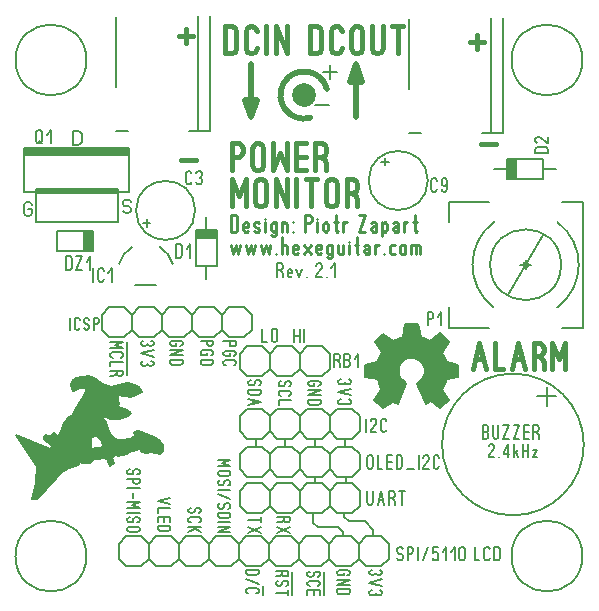
<source format=gbr>
%FSLAX34Y34*%
%MOMM*%
%LNSILK_TOP*%
G71*
G01*
%ADD10C, 0.200*%
%ADD11C, 0.206*%
%ADD12C, 0.600*%
%ADD13C, 0.191*%
%ADD14C, 0.413*%
%ADD15C, 0.500*%
%ADD16C, 0.381*%
%ADD17C, 0.150*%
%ADD18C, 0.254*%
%ADD19C, 0.400*%
%LPD*%
G54D10*
X27119Y-150850D02*
X97119Y-150850D01*
X97119Y-176850D01*
X27119Y-176850D01*
X27119Y-150850D01*
G36*
X27119Y-148850D02*
X97119Y-148850D01*
X97119Y-152850D01*
X27119Y-152850D01*
X27119Y-148850D01*
G37*
G54D10*
X27119Y-148850D02*
X97119Y-148850D01*
X97119Y-152850D01*
X27119Y-152850D01*
X27119Y-148850D01*
G54D11*
X20452Y-165961D02*
X23919Y-165961D01*
X23919Y-169572D01*
X23052Y-171017D01*
X21319Y-171739D01*
X19586Y-171739D01*
X17852Y-171017D01*
X16986Y-169572D01*
X16986Y-162350D01*
X17852Y-160906D01*
X19586Y-160183D01*
X21319Y-160183D01*
X23052Y-160906D01*
X23919Y-162350D01*
G54D11*
X58986Y-111739D02*
X58986Y-100183D01*
X63319Y-100183D01*
X65052Y-100906D01*
X65919Y-102350D01*
X65919Y-109572D01*
X65052Y-111017D01*
X63319Y-111739D01*
X58986Y-111739D01*
G54D11*
X100986Y-167572D02*
X101852Y-169016D01*
X103586Y-169738D01*
X105319Y-169738D01*
X107052Y-169016D01*
X107919Y-167572D01*
X107919Y-166127D01*
X107052Y-164683D01*
X105319Y-163961D01*
X103586Y-163961D01*
X101852Y-163238D01*
X100986Y-161794D01*
X100986Y-160350D01*
X101852Y-158905D01*
X103586Y-158183D01*
X105319Y-158183D01*
X107052Y-158905D01*
X107919Y-160350D01*
G54D11*
X29919Y-108430D02*
X32808Y-110597D01*
G54D11*
X32230Y-101208D02*
X32230Y-108430D01*
X31652Y-109874D01*
X30496Y-110597D01*
X29341Y-110597D01*
X28185Y-109874D01*
X27608Y-108430D01*
X27608Y-101208D01*
X28185Y-99763D01*
X29341Y-99041D01*
X30496Y-99041D01*
X31652Y-99763D01*
X32230Y-101208D01*
G54D11*
X36852Y-103374D02*
X39740Y-99041D01*
X39740Y-110597D01*
G54D10*
G75*
G01X489983Y-39986D02*
G03X489983Y-39986I-30000J0D01*
G01*
G54D10*
G75*
G01X489983Y-459986D02*
G03X489983Y-459986I-30000J0D01*
G01*
G54D10*
G75*
G01X69983Y-459986D02*
G03X69983Y-459986I-30000J0D01*
G01*
G54D10*
G75*
G01X491133Y-365486D02*
G03X491133Y-365486I-60000J0D01*
G01*
G54D10*
X467658Y-324886D02*
X451783Y-324886D01*
G54D10*
X459720Y-316949D02*
X459720Y-332824D01*
G54D10*
X446402Y-213337D02*
X437402Y-213337D01*
G54D10*
X490402Y-159837D02*
X490402Y-266837D01*
G54D10*
X490402Y-159837D02*
X472902Y-159837D01*
G54D10*
X410902Y-159837D02*
X376902Y-159837D01*
X376902Y-176837D01*
G54D10*
X490402Y-266837D02*
X472902Y-266837D01*
G54D10*
X410902Y-266837D02*
X376902Y-266837D01*
X376902Y-249337D01*
G54D10*
G75*
G01X468352Y-249743D02*
G03X468983Y-177399I-26450J36406D01*
G01*
G54D10*
G75*
G01X415451Y-176931D02*
G03X414820Y-249276I26451J-36406D01*
G01*
G54D10*
G75*
G01X471902Y-213337D02*
G03X471902Y-213337I-30000J0D01*
G01*
G54D10*
X441902Y-209337D02*
X441902Y-217337D01*
G54D10*
X456758Y-187837D02*
X426902Y-238837D01*
X441902Y-213337D02*
G54D12*
D03*
G54D11*
X359094Y-264742D02*
X359094Y-253186D01*
X361983Y-253186D01*
X363138Y-253908D01*
X363716Y-255353D01*
X363716Y-256797D01*
X363138Y-258242D01*
X361983Y-258964D01*
X359094Y-258964D01*
G54D11*
X367760Y-257519D02*
X370649Y-253186D01*
X370649Y-264742D01*
G54D10*
X199754Y-354499D02*
X206054Y-360799D01*
X218853Y-360799D01*
X225153Y-354499D01*
X225153Y-341699D01*
X218854Y-335399D01*
X206053Y-335399D01*
X199753Y-341699D01*
X199754Y-354499D01*
G54D10*
X225153Y-354499D02*
X231453Y-360799D01*
X244253Y-360799D01*
X250553Y-354499D01*
X250553Y-341699D01*
X244254Y-335399D01*
X231454Y-335399D01*
X225153Y-341699D01*
X225153Y-354499D01*
G54D10*
X250553Y-354499D02*
X256853Y-360799D01*
X269653Y-360799D01*
X275953Y-354499D01*
X275953Y-341699D01*
X269653Y-335399D01*
X256853Y-335399D01*
X250553Y-341699D01*
X250553Y-354499D01*
G54D10*
X275953Y-354499D02*
X282253Y-360799D01*
X295053Y-360799D01*
X301353Y-354499D01*
X301353Y-341699D01*
X295053Y-335399D01*
X282253Y-335399D01*
X275953Y-341699D01*
X275953Y-354499D01*
G54D11*
X306790Y-355070D02*
X306790Y-343514D01*
G54D11*
X315456Y-355069D02*
X310834Y-355069D01*
X310834Y-354347D01*
X311412Y-352903D01*
X314878Y-348569D01*
X315456Y-347125D01*
X315456Y-345681D01*
X314878Y-344236D01*
X313723Y-343514D01*
X312567Y-343514D01*
X311412Y-344236D01*
X310834Y-345681D01*
G54D11*
X324122Y-352903D02*
X323544Y-354347D01*
X322389Y-355069D01*
X321233Y-355070D01*
X320078Y-354347D01*
X319500Y-352903D01*
X319500Y-345681D01*
X320078Y-344236D01*
X321233Y-343514D01*
X322389Y-343514D01*
X323544Y-344236D01*
X324122Y-345681D01*
G54D10*
X199741Y-386331D02*
X206041Y-392631D01*
X218842Y-392631D01*
X225142Y-386331D01*
X225141Y-373531D01*
X218841Y-367231D01*
X206041Y-367231D01*
X199741Y-373531D01*
X199741Y-386331D01*
G54D10*
X225142Y-386331D02*
X231441Y-392631D01*
X244241Y-392631D01*
X250542Y-386331D01*
X250541Y-373531D01*
X244241Y-367231D01*
X231441Y-367231D01*
X225141Y-373531D01*
X225142Y-386331D01*
G54D10*
X250542Y-386331D02*
X256842Y-392631D01*
X269642Y-392631D01*
X275942Y-386331D01*
X275942Y-373531D01*
X269642Y-367231D01*
X256842Y-367231D01*
X250541Y-373531D01*
X250542Y-386331D01*
G54D10*
X275942Y-386331D02*
X282242Y-392631D01*
X295042Y-392631D01*
X301342Y-386331D01*
X301342Y-373531D01*
X295041Y-367231D01*
X282242Y-367231D01*
X275942Y-373531D01*
X275942Y-386331D01*
G54D11*
X312546Y-376706D02*
X312546Y-383928D01*
X311968Y-385373D01*
X310813Y-386095D01*
X309657Y-386095D01*
X308502Y-385373D01*
X307924Y-383928D01*
X307924Y-376706D01*
X308502Y-375262D01*
X309657Y-374539D01*
X310813Y-374539D01*
X311968Y-375262D01*
X312546Y-376706D01*
G54D11*
X316590Y-374539D02*
X316590Y-386095D01*
X320634Y-386095D01*
G54D11*
X328722Y-386095D02*
X324678Y-386095D01*
X324678Y-374539D01*
X328722Y-374539D01*
G54D11*
X324678Y-380317D02*
X328722Y-380317D01*
G54D11*
X332766Y-386095D02*
X332766Y-374539D01*
X335655Y-374539D01*
X336810Y-375262D01*
X337388Y-376706D01*
X337388Y-383928D01*
X336810Y-385373D01*
X335655Y-386095D01*
X332766Y-386095D01*
G54D11*
X341432Y-386095D02*
X347210Y-386095D01*
G54D11*
X351254Y-386095D02*
X351254Y-374539D01*
G54D11*
X359920Y-386095D02*
X355298Y-386095D01*
X355298Y-385373D01*
X355876Y-383928D01*
X359342Y-379595D01*
X359920Y-378150D01*
X359920Y-376706D01*
X359342Y-375262D01*
X358187Y-374539D01*
X357031Y-374539D01*
X355876Y-375262D01*
X355298Y-376706D01*
G54D11*
X368586Y-383928D02*
X368008Y-385373D01*
X366853Y-386095D01*
X365697Y-386095D01*
X364542Y-385373D01*
X363964Y-383928D01*
X363964Y-376706D01*
X364542Y-375262D01*
X365697Y-374539D01*
X366853Y-374539D01*
X368008Y-375262D01*
X368586Y-376706D01*
G54D10*
X111376Y-230718D02*
X128858Y-230718D01*
G54D10*
G75*
G01X108721Y-198435D02*
G03X97771Y-212704I11750J-20351D01*
G01*
G54D11*
X76032Y-227849D02*
X76032Y-216294D01*
G54D11*
X84698Y-225682D02*
X84121Y-227127D01*
X82965Y-227849D01*
X81810Y-227849D01*
X80654Y-227127D01*
X80076Y-225682D01*
X80076Y-218460D01*
X80654Y-217016D01*
X81810Y-216294D01*
X82965Y-216294D01*
X84121Y-217016D01*
X84698Y-218460D01*
G54D11*
X88742Y-220627D02*
X91631Y-216294D01*
X91631Y-227849D01*
G54D11*
X121179Y-174770D02*
X121179Y-181704D01*
G54D11*
X124068Y-178237D02*
X118290Y-178237D01*
G54D10*
G75*
G01X162079Y-167287D02*
G03X162079Y-167287I-25000J0D01*
G01*
G54D11*
X158920Y-143166D02*
X158342Y-144610D01*
X157187Y-145332D01*
X156031Y-145332D01*
X154876Y-144610D01*
X154298Y-143166D01*
X154298Y-135944D01*
X154876Y-134499D01*
X156031Y-133777D01*
X157187Y-133777D01*
X158342Y-134499D01*
X158920Y-135944D01*
G54D11*
X162964Y-135944D02*
X163542Y-134499D01*
X164697Y-133777D01*
X165853Y-133777D01*
X167008Y-134499D01*
X167586Y-135944D01*
X167586Y-137388D01*
X167008Y-138832D01*
X165853Y-139555D01*
X167008Y-140277D01*
X167586Y-141721D01*
X167586Y-143166D01*
X167008Y-144610D01*
X165853Y-145332D01*
X164697Y-145332D01*
X163542Y-144610D01*
X162964Y-143166D01*
G54D10*
X404922Y-101678D02*
X422922Y-101678D01*
G54D10*
X352922Y-101678D02*
X342922Y-101678D01*
G54D10*
X422922Y-101678D02*
X422922Y-4678D01*
G54D10*
X412922Y-101678D02*
X412922Y-4678D01*
G54D10*
X342922Y-64678D02*
X342922Y-5678D01*
G54D10*
X82998Y-268431D02*
X89298Y-274731D01*
X102098Y-274731D01*
X108398Y-268431D01*
X108398Y-255631D01*
X102098Y-249331D01*
X89298Y-249331D01*
X82998Y-255631D01*
X82998Y-268431D01*
G54D10*
X108398Y-268431D02*
X114698Y-274731D01*
X127498Y-274731D01*
X133798Y-268431D01*
X133798Y-255631D01*
X127498Y-249331D01*
X114698Y-249331D01*
X108398Y-255631D01*
X108398Y-268431D01*
G54D10*
X133798Y-268431D02*
X140098Y-274731D01*
X152898Y-274731D01*
X159198Y-268431D01*
X159198Y-255631D01*
X152898Y-249331D01*
X140098Y-249331D01*
X133798Y-255631D01*
X133798Y-268431D01*
G54D10*
X159198Y-268431D02*
X165498Y-274731D01*
X178298Y-274731D01*
X184598Y-268431D01*
X184598Y-255631D01*
X178298Y-249331D01*
X165498Y-249331D01*
X159198Y-255631D01*
X159198Y-268431D01*
G54D10*
X184598Y-268431D02*
X190898Y-274731D01*
X203698Y-274731D01*
X209998Y-268431D01*
X209998Y-255631D01*
X203698Y-249331D01*
X190898Y-249331D01*
X184598Y-255631D01*
X184598Y-268431D01*
G54D13*
X90264Y-278553D02*
X100930Y-278553D01*
X94264Y-281219D01*
X100930Y-283886D01*
X90264Y-283886D01*
G54D13*
X92264Y-291885D02*
X90930Y-291352D01*
X90264Y-290285D01*
X90264Y-289219D01*
X90930Y-288152D01*
X92264Y-287619D01*
X98930Y-287619D01*
X100264Y-288152D01*
X100930Y-289219D01*
X100930Y-290285D01*
X100264Y-291352D01*
X98930Y-291885D01*
G54D13*
X100930Y-295619D02*
X90264Y-295619D01*
X90264Y-299352D01*
G54D13*
X95597Y-305218D02*
X94264Y-306818D01*
X92930Y-307351D01*
X90264Y-307351D01*
G54D13*
X90264Y-303085D02*
X100930Y-303085D01*
X100930Y-305751D01*
X100264Y-306818D01*
X98930Y-307351D01*
X97597Y-307351D01*
X96264Y-306818D01*
X95597Y-305751D01*
X95597Y-303085D01*
G54D13*
X125044Y-277722D02*
X126378Y-278255D01*
X127044Y-279322D01*
X127044Y-280388D01*
X126378Y-281455D01*
X125044Y-281988D01*
X123711Y-281988D01*
X122378Y-281455D01*
X121711Y-280388D01*
X121044Y-281455D01*
X119711Y-281988D01*
X118378Y-281988D01*
X117044Y-281455D01*
X116378Y-280388D01*
X116378Y-279322D01*
X117044Y-278255D01*
X118378Y-277722D01*
G54D13*
X127044Y-285722D02*
X116378Y-288388D01*
X127044Y-291055D01*
G54D13*
X125044Y-294788D02*
X126378Y-295321D01*
X127044Y-296388D01*
X127044Y-297454D01*
X126378Y-298521D01*
X125044Y-299054D01*
X123711Y-299054D01*
X122378Y-298521D01*
X121711Y-297454D01*
X121044Y-298521D01*
X119711Y-299054D01*
X118378Y-299054D01*
X117044Y-298521D01*
X116378Y-297454D01*
X116378Y-296388D01*
X117044Y-295321D01*
X118378Y-294788D01*
G54D13*
X146129Y-279886D02*
X146129Y-282020D01*
X142795Y-282020D01*
X141462Y-281486D01*
X140795Y-280420D01*
X140795Y-279353D01*
X141462Y-278286D01*
X142795Y-277753D01*
X149462Y-277753D01*
X150795Y-278286D01*
X151462Y-279353D01*
X151462Y-280420D01*
X150795Y-281486D01*
X149462Y-282020D01*
G54D13*
X140795Y-285753D02*
X151462Y-285753D01*
X140795Y-290020D01*
X151462Y-290020D01*
G54D13*
X140795Y-293753D02*
X151462Y-293753D01*
X151462Y-296420D01*
X150795Y-297486D01*
X149462Y-298020D01*
X142795Y-298020D01*
X141462Y-297486D01*
X140795Y-296420D01*
X140795Y-293753D01*
G54D13*
X166753Y-277891D02*
X177419Y-277891D01*
X177420Y-280558D01*
X176753Y-281625D01*
X175419Y-282158D01*
X174086Y-282158D01*
X172753Y-281625D01*
X172086Y-280558D01*
X172086Y-277892D01*
G54D13*
X172086Y-288025D02*
X172086Y-290158D01*
X168753Y-290158D01*
X167419Y-289625D01*
X166753Y-288558D01*
X166753Y-287491D01*
X167419Y-286425D01*
X168753Y-285892D01*
X175419Y-285892D01*
X176753Y-286425D01*
X177420Y-287491D01*
X177419Y-288558D01*
X176753Y-289625D01*
X175419Y-290158D01*
G54D13*
X166753Y-293892D02*
X177419Y-293891D01*
X177419Y-296558D01*
X176753Y-297625D01*
X175419Y-298158D01*
X168753Y-298158D01*
X167419Y-297625D01*
X166753Y-296558D01*
X166753Y-293892D01*
G54D13*
X185952Y-278255D02*
X196619Y-278255D01*
X196619Y-280922D01*
X195952Y-281988D01*
X194619Y-282522D01*
X193286Y-282522D01*
X191952Y-281988D01*
X191286Y-280922D01*
X191286Y-278255D01*
G54D13*
X191286Y-288388D02*
X191286Y-290522D01*
X187952Y-290522D01*
X186619Y-289988D01*
X185952Y-288922D01*
X185952Y-287855D01*
X186619Y-286788D01*
X187952Y-286255D01*
X194619Y-286255D01*
X195952Y-286788D01*
X196619Y-287855D01*
X196619Y-288922D01*
X195952Y-289988D01*
X194619Y-290522D01*
G54D13*
X187952Y-298522D02*
X186619Y-297988D01*
X185952Y-296922D01*
X185952Y-295855D01*
X186619Y-294788D01*
X187952Y-294255D01*
X194619Y-294255D01*
X195952Y-294788D01*
X196619Y-295855D01*
X196619Y-296922D01*
X195952Y-297988D01*
X194619Y-298522D01*
G54D13*
X56360Y-268788D02*
X56360Y-258121D01*
G54D13*
X64359Y-266788D02*
X63826Y-268121D01*
X62759Y-268788D01*
X61693Y-268788D01*
X60626Y-268121D01*
X60093Y-266788D01*
X60093Y-260121D01*
X60626Y-258788D01*
X61693Y-258121D01*
X62759Y-258121D01*
X63826Y-258788D01*
X64359Y-260121D01*
G54D13*
X68093Y-266788D02*
X68626Y-268121D01*
X69693Y-268788D01*
X70759Y-268788D01*
X71826Y-268121D01*
X72359Y-266788D01*
X72359Y-265455D01*
X71826Y-264121D01*
X70759Y-263455D01*
X69693Y-263455D01*
X68626Y-262788D01*
X68093Y-261455D01*
X68093Y-260121D01*
X68626Y-258788D01*
X69693Y-258121D01*
X70759Y-258121D01*
X71826Y-258788D01*
X72359Y-260121D01*
G54D13*
X76093Y-268788D02*
X76093Y-258121D01*
X78759Y-258121D01*
X79826Y-258788D01*
X80359Y-260121D01*
X80359Y-261455D01*
X79826Y-262788D01*
X78759Y-263455D01*
X76093Y-263455D01*
G54D10*
X75291Y-201835D02*
X75291Y-184435D01*
X44891Y-184435D01*
X44891Y-201835D01*
X75291Y-201835D01*
G36*
X75191Y-201735D02*
X75191Y-185035D01*
X67991Y-185035D01*
X67991Y-201735D01*
X75191Y-201735D01*
G37*
G54D10*
X75191Y-201735D02*
X75191Y-185035D01*
X67991Y-185035D01*
X67991Y-201735D01*
X75191Y-201735D01*
G54D11*
X52936Y-217891D02*
X52936Y-206335D01*
X55825Y-206335D01*
X56981Y-207058D01*
X57558Y-208502D01*
X57558Y-215724D01*
X56981Y-217169D01*
X55825Y-217891D01*
X52936Y-217891D01*
G54D11*
X61602Y-206335D02*
X66224Y-206335D01*
X61602Y-217891D01*
X66224Y-217891D01*
G54D11*
X70268Y-210669D02*
X73157Y-206335D01*
X73157Y-217891D01*
G36*
X17422Y-120474D02*
X106222Y-120474D01*
X106222Y-114074D01*
X17422Y-114074D01*
X17422Y-120474D01*
G37*
G54D10*
X17422Y-120474D02*
X106222Y-120474D01*
X106222Y-114074D01*
X17422Y-114074D01*
X17422Y-120474D01*
G54D10*
X17422Y-114074D02*
X17422Y-152074D01*
X106422Y-152074D01*
X106422Y-114074D01*
X17422Y-114074D01*
G54D11*
X326549Y-126086D02*
X319616Y-126086D01*
G54D11*
X323083Y-128975D02*
X323083Y-123197D01*
G54D10*
G75*
G01X359033Y-141986D02*
G03X359033Y-141986I-25000J0D01*
G01*
G54D11*
X366705Y-149419D02*
X366127Y-150863D01*
X364972Y-151585D01*
X363816Y-151585D01*
X362661Y-150863D01*
X362083Y-149419D01*
X362083Y-142196D01*
X362661Y-140752D01*
X363816Y-140030D01*
X364972Y-140030D01*
X366127Y-140752D01*
X366705Y-142196D01*
G54D11*
X370749Y-149419D02*
X371327Y-150863D01*
X372482Y-151585D01*
X373638Y-151585D01*
X374793Y-150863D01*
X375371Y-149419D01*
X375371Y-145808D01*
X375371Y-145085D01*
X373638Y-146530D01*
X372482Y-146530D01*
X371327Y-145808D01*
X370749Y-144363D01*
X370749Y-142196D01*
X371327Y-140752D01*
X372482Y-140030D01*
X373638Y-140030D01*
X374793Y-140752D01*
X375371Y-142196D01*
X375371Y-145808D01*
G54D10*
X325896Y-449444D02*
X319596Y-443144D01*
X306796Y-443143D01*
X300496Y-449444D01*
X300496Y-462243D01*
X306796Y-468543D01*
X319596Y-468543D01*
X325896Y-462243D01*
X325896Y-449444D01*
G54D10*
X300496Y-449444D02*
X294196Y-443143D01*
X281396Y-443143D01*
X275096Y-449444D01*
X275096Y-462244D01*
X281396Y-468543D01*
X294196Y-468544D01*
X300496Y-462243D01*
X300496Y-449444D01*
G54D10*
X275096Y-449444D02*
X268796Y-443143D01*
X255996Y-443144D01*
X249696Y-449443D01*
X249696Y-462244D01*
X255996Y-468543D01*
X268796Y-468543D01*
X275096Y-462244D01*
X275096Y-449444D01*
G54D10*
X249696Y-449443D02*
X243396Y-443143D01*
X230596Y-443144D01*
X224296Y-449443D01*
X224296Y-462243D01*
X230596Y-468543D01*
X243396Y-468543D01*
X249696Y-462244D01*
X249696Y-449443D01*
G54D10*
X224296Y-449443D02*
X217996Y-443143D01*
X205196Y-443143D01*
X198896Y-449444D01*
X198896Y-462244D01*
X205196Y-468544D01*
X217996Y-468544D01*
X224296Y-462243D01*
X224296Y-449443D01*
G54D10*
X198896Y-449444D02*
X192596Y-443144D01*
X179796Y-443143D01*
X173496Y-449444D01*
X173496Y-462243D01*
X179796Y-468544D01*
X192596Y-468544D01*
X198896Y-462244D01*
X198896Y-449444D01*
G54D10*
X173496Y-449444D02*
X167196Y-443144D01*
X154396Y-443143D01*
X148096Y-449444D01*
X148096Y-462244D01*
X154396Y-468543D01*
X167196Y-468544D01*
X173496Y-462243D01*
X173496Y-449444D01*
G54D10*
X148096Y-449444D02*
X141796Y-443143D01*
X128996Y-443144D01*
X122696Y-449444D01*
X122696Y-462244D01*
X128996Y-468543D01*
X141796Y-468544D01*
X148096Y-462244D01*
X148096Y-449444D01*
G54D11*
X333286Y-461543D02*
X333863Y-462988D01*
X335019Y-463710D01*
X336175Y-463710D01*
X337330Y-462988D01*
X337908Y-461543D01*
X337908Y-460099D01*
X337330Y-458654D01*
X336175Y-457932D01*
X335019Y-457932D01*
X333863Y-457210D01*
X333286Y-455765D01*
X333286Y-454321D01*
X333863Y-452877D01*
X335019Y-452154D01*
X336175Y-452154D01*
X337330Y-452877D01*
X337908Y-454321D01*
G54D11*
X341952Y-463710D02*
X341952Y-452154D01*
X344841Y-452154D01*
X345996Y-452877D01*
X346574Y-454321D01*
X346574Y-455765D01*
X345996Y-457210D01*
X344840Y-457932D01*
X341952Y-457932D01*
G54D11*
X350618Y-463710D02*
X350618Y-452154D01*
G54D11*
X354662Y-463710D02*
X359284Y-452154D01*
G54D11*
X367950Y-452154D02*
X363328Y-452154D01*
X363328Y-457210D01*
X363905Y-457210D01*
X365061Y-456488D01*
X366217Y-456488D01*
X367372Y-457210D01*
X367950Y-458654D01*
X367950Y-461543D01*
X367372Y-462988D01*
X366217Y-463710D01*
X365061Y-463710D01*
X363905Y-462988D01*
X363328Y-461543D01*
G54D11*
X371994Y-456488D02*
X374883Y-452154D01*
X374883Y-463710D01*
G54D11*
X378927Y-456488D02*
X381816Y-452154D01*
X381816Y-463710D01*
G54D11*
X390482Y-454321D02*
X390482Y-461543D01*
X389904Y-462988D01*
X388749Y-463710D01*
X387593Y-463710D01*
X386437Y-462988D01*
X385860Y-461543D01*
X385860Y-454321D01*
X386437Y-452877D01*
X387593Y-452154D01*
X388749Y-452154D01*
X389904Y-452877D01*
X390482Y-454321D01*
G54D11*
X398686Y-452154D02*
X398686Y-463710D01*
X402730Y-463710D01*
G54D11*
X411396Y-461543D02*
X410818Y-462988D01*
X409663Y-463710D01*
X408507Y-463710D01*
X407351Y-462988D01*
X406774Y-461543D01*
X406774Y-454321D01*
X407351Y-452877D01*
X408507Y-452154D01*
X409663Y-452154D01*
X410818Y-452877D01*
X411396Y-454321D01*
G54D11*
X415440Y-463710D02*
X415440Y-452154D01*
X418329Y-452154D01*
X419484Y-452877D01*
X420062Y-454321D01*
X420062Y-461543D01*
X419484Y-462988D01*
X418329Y-463710D01*
X415440Y-463710D01*
G54D13*
X291981Y-310285D02*
X293314Y-310818D01*
X293981Y-311885D01*
X293981Y-312952D01*
X293314Y-314018D01*
X291981Y-314552D01*
X290648Y-314552D01*
X289314Y-314018D01*
X288648Y-312952D01*
X287981Y-314018D01*
X286648Y-314552D01*
X285314Y-314552D01*
X283981Y-314018D01*
X283314Y-312952D01*
X283314Y-311885D01*
X283981Y-310818D01*
X285314Y-310285D01*
G54D13*
X293981Y-318285D02*
X283314Y-320952D01*
X293981Y-323618D01*
G54D13*
X291981Y-327351D02*
X293314Y-327884D01*
X293981Y-328951D01*
X293981Y-330018D01*
X293314Y-331085D01*
X291981Y-331618D01*
X290648Y-331618D01*
X289314Y-331084D01*
X288648Y-330018D01*
X287981Y-331085D01*
X286648Y-331618D01*
X285314Y-331618D01*
X283981Y-331085D01*
X283314Y-330018D01*
X283314Y-328951D01*
X283981Y-327884D01*
X285314Y-327351D01*
G54D13*
X262956Y-313803D02*
X262955Y-315936D01*
X259622Y-315936D01*
X258289Y-315403D01*
X257622Y-314336D01*
X257622Y-313270D01*
X258289Y-312203D01*
X259622Y-311670D01*
X266289Y-311670D01*
X267622Y-312203D01*
X268289Y-313270D01*
X268289Y-314336D01*
X267622Y-315403D01*
X266289Y-315936D01*
G54D13*
X257622Y-319670D02*
X268289Y-319670D01*
X257622Y-323937D01*
X268289Y-323936D01*
G54D13*
X257622Y-327670D02*
X268289Y-327670D01*
X268289Y-330336D01*
X267622Y-331403D01*
X266289Y-331936D01*
X259622Y-331936D01*
X258289Y-331403D01*
X257622Y-330336D01*
X257622Y-327670D01*
G54D13*
X234776Y-312054D02*
X233443Y-312588D01*
X232776Y-313654D01*
X232776Y-314721D01*
X233443Y-315788D01*
X234776Y-316321D01*
X236109Y-316321D01*
X237443Y-315788D01*
X238109Y-314721D01*
X238109Y-313654D01*
X238776Y-312588D01*
X240109Y-312054D01*
X241443Y-312054D01*
X242776Y-312588D01*
X243443Y-313654D01*
X243443Y-314721D01*
X242776Y-315788D01*
X241443Y-316321D01*
G54D13*
X234776Y-324321D02*
X233443Y-323788D01*
X232776Y-322721D01*
X232776Y-321654D01*
X233443Y-320588D01*
X234776Y-320054D01*
X241443Y-320054D01*
X242776Y-320588D01*
X243443Y-321654D01*
X243443Y-322721D01*
X242776Y-323788D01*
X241443Y-324321D01*
G54D13*
X243443Y-328054D02*
X232776Y-328054D01*
X232776Y-331788D01*
G54D13*
X209161Y-311054D02*
X207827Y-311588D01*
X207161Y-312654D01*
X207161Y-313721D01*
X207827Y-314788D01*
X209161Y-315321D01*
X210494Y-315321D01*
X211827Y-314788D01*
X212494Y-313721D01*
X212494Y-312654D01*
X213161Y-311588D01*
X214494Y-311054D01*
X215827Y-311054D01*
X217161Y-311588D01*
X217827Y-312654D01*
X217827Y-313721D01*
X217161Y-314788D01*
X215827Y-315321D01*
G54D13*
X207161Y-319054D02*
X217827Y-319054D01*
X217827Y-321721D01*
X217161Y-322788D01*
X215827Y-323321D01*
X209161Y-323321D01*
X207827Y-322788D01*
X207161Y-321721D01*
X207161Y-319054D01*
G54D13*
X207161Y-327054D02*
X217827Y-329721D01*
X207161Y-332388D01*
G54D13*
X211161Y-328121D02*
X211161Y-331321D01*
G54D13*
X318255Y-471807D02*
X319589Y-472341D01*
X320255Y-473407D01*
X320255Y-474474D01*
X319589Y-475541D01*
X318255Y-476074D01*
X316922Y-476074D01*
X315589Y-475541D01*
X314922Y-474474D01*
X314255Y-475541D01*
X312922Y-476074D01*
X311589Y-476074D01*
X310255Y-475541D01*
X309589Y-474474D01*
X309589Y-473408D01*
X310255Y-472341D01*
X311589Y-471807D01*
G54D13*
X320255Y-479808D02*
X309589Y-482474D01*
X320255Y-485141D01*
G54D13*
X318255Y-488873D02*
X319589Y-489407D01*
X320255Y-490473D01*
X320255Y-491540D01*
X319589Y-492607D01*
X318255Y-493140D01*
X316922Y-493140D01*
X315589Y-492607D01*
X314922Y-491540D01*
X314255Y-492607D01*
X312922Y-493140D01*
X311589Y-493140D01*
X310255Y-492607D01*
X309589Y-491540D01*
X309589Y-490473D01*
X310255Y-489407D01*
X311589Y-488873D01*
G54D13*
X287764Y-474190D02*
X287764Y-476324D01*
X284431Y-476323D01*
X283098Y-475790D01*
X282431Y-474723D01*
X282431Y-473657D01*
X283098Y-472590D01*
X284431Y-472057D01*
X291098Y-472057D01*
X292431Y-472590D01*
X293098Y-473657D01*
X293098Y-474723D01*
X292431Y-475790D01*
X291098Y-476323D01*
G54D13*
X282431Y-480057D02*
X293098Y-480057D01*
X282431Y-484323D01*
X293098Y-484323D01*
G54D13*
X282431Y-488057D02*
X293098Y-488057D01*
X293098Y-490723D01*
X292431Y-491790D01*
X291098Y-492323D01*
X284431Y-492323D01*
X283098Y-491790D01*
X282431Y-490723D01*
X282431Y-488057D01*
G54D10*
X199753Y-417499D02*
X206053Y-423799D01*
X218854Y-423799D01*
X225153Y-417499D01*
X225154Y-404699D01*
X218854Y-398399D01*
X206053Y-398399D01*
X199753Y-404699D01*
X199753Y-417499D01*
G54D10*
X225153Y-417499D02*
X231453Y-423799D01*
X244253Y-423799D01*
X250553Y-417499D01*
X250553Y-404699D01*
X244253Y-398399D01*
X231454Y-398399D01*
X225154Y-404699D01*
X225153Y-417499D01*
G54D10*
X250553Y-417499D02*
X256853Y-423799D01*
X269653Y-423799D01*
X275953Y-417499D01*
X275953Y-404699D01*
X269653Y-398399D01*
X256853Y-398399D01*
X250553Y-404699D01*
X250553Y-417499D01*
G54D10*
X275953Y-417499D02*
X282253Y-423799D01*
X295053Y-423799D01*
X301353Y-417499D01*
X301353Y-404699D01*
X295053Y-398399D01*
X282253Y-398399D01*
X275953Y-404699D01*
X275953Y-417499D01*
G54D11*
X307850Y-405181D02*
X307850Y-414570D01*
X308428Y-416014D01*
X309583Y-416737D01*
X310739Y-416737D01*
X311894Y-416014D01*
X312472Y-414570D01*
X312472Y-405181D01*
G54D11*
X316516Y-416737D02*
X319405Y-405181D01*
X322294Y-416736D01*
G54D11*
X317672Y-412403D02*
X321138Y-412403D01*
G54D11*
X328649Y-410959D02*
X330382Y-412403D01*
X330960Y-413848D01*
X330960Y-416737D01*
G54D11*
X326338Y-416737D02*
X326338Y-405181D01*
X329227Y-405181D01*
X330382Y-405903D01*
X330960Y-407348D01*
X330960Y-408792D01*
X330382Y-410236D01*
X329227Y-410959D01*
X326338Y-410959D01*
G54D11*
X337315Y-416737D02*
X337315Y-405181D01*
G54D11*
X335004Y-405181D02*
X339626Y-405181D01*
G54D13*
X237109Y-429188D02*
X235776Y-430788D01*
X234443Y-431321D01*
X231776Y-431321D01*
G54D13*
X231776Y-427054D02*
X242443Y-427054D01*
X242443Y-429721D01*
X241776Y-430788D01*
X240443Y-431321D01*
X239109Y-431321D01*
X237776Y-430788D01*
X237109Y-429721D01*
X237109Y-427054D01*
G54D13*
X242443Y-435054D02*
X231776Y-440388D01*
G54D13*
X231776Y-435054D02*
X242443Y-440388D01*
G54D13*
X207161Y-429188D02*
X217827Y-429188D01*
G54D13*
X217827Y-427054D02*
X217827Y-431321D01*
G54D13*
X217827Y-435054D02*
X207161Y-440388D01*
G54D13*
X207161Y-435054D02*
X217827Y-440388D01*
G54D13*
X259185Y-473095D02*
X257852Y-473628D01*
X257185Y-474695D01*
X257185Y-475761D01*
X257852Y-476828D01*
X259185Y-477361D01*
X260518Y-477361D01*
X261852Y-476828D01*
X262518Y-475761D01*
X262518Y-474695D01*
X263185Y-473628D01*
X264518Y-473095D01*
X265852Y-473095D01*
X267185Y-473628D01*
X267852Y-474695D01*
X267852Y-475761D01*
X267185Y-476828D01*
X265852Y-477361D01*
G54D13*
X259185Y-485362D02*
X257852Y-484828D01*
X257185Y-483761D01*
X257185Y-482695D01*
X257852Y-481628D01*
X259185Y-481095D01*
X265852Y-481095D01*
X267185Y-481628D01*
X267852Y-482695D01*
X267852Y-483761D01*
X267185Y-484828D01*
X265852Y-485361D01*
G54D13*
X257185Y-492828D02*
X257185Y-489095D01*
X267852Y-489095D01*
X267852Y-492828D01*
G54D13*
X262518Y-489095D02*
X262518Y-492828D01*
G54D10*
X271269Y-473667D02*
X271268Y-492667D01*
G54D13*
X235713Y-475090D02*
X234380Y-476690D01*
X233047Y-477223D01*
X230380Y-477223D01*
G54D13*
X230380Y-472956D02*
X241047Y-472956D01*
X241047Y-475623D01*
X240380Y-476690D01*
X239046Y-477223D01*
X237713Y-477223D01*
X236380Y-476690D01*
X235713Y-475623D01*
X235713Y-472956D01*
G54D13*
X232380Y-480956D02*
X231046Y-481490D01*
X230380Y-482556D01*
X230380Y-483623D01*
X231046Y-484690D01*
X232380Y-485223D01*
X233713Y-485223D01*
X235047Y-484690D01*
X235713Y-483623D01*
X235713Y-482556D01*
X236380Y-481490D01*
X237713Y-480956D01*
X239046Y-480956D01*
X240380Y-481490D01*
X241047Y-482556D01*
X241047Y-483623D01*
X240380Y-484690D01*
X239046Y-485223D01*
G54D13*
X230380Y-491090D02*
X241047Y-491090D01*
G54D13*
X241046Y-488956D02*
X241047Y-493223D01*
G54D10*
X244463Y-473528D02*
X244463Y-492528D01*
G54D13*
X205185Y-471402D02*
X215852Y-471402D01*
X215852Y-474069D01*
X215185Y-475136D01*
X213852Y-475669D01*
X207185Y-475669D01*
X205852Y-475136D01*
X205185Y-474069D01*
X205185Y-471402D01*
G54D13*
X205185Y-479402D02*
X215852Y-483669D01*
G54D13*
X207185Y-491669D02*
X205852Y-491136D01*
X205185Y-490069D01*
X205185Y-489002D01*
X205852Y-487936D01*
X207185Y-487402D01*
X213852Y-487402D01*
X215185Y-487936D01*
X215852Y-489002D01*
X215852Y-490069D01*
X215185Y-491136D01*
X213852Y-491669D01*
G54D10*
X219269Y-484974D02*
X219269Y-492974D01*
G54D13*
X181268Y-378667D02*
X191935Y-378667D01*
X185268Y-381334D01*
X191935Y-384000D01*
X181268Y-384000D01*
G54D13*
X189935Y-392000D02*
X183268Y-392000D01*
X181935Y-391466D01*
X181268Y-390400D01*
X181268Y-389333D01*
X181935Y-388266D01*
X183268Y-387733D01*
X189935Y-387733D01*
X191268Y-388266D01*
X191935Y-389333D01*
X191935Y-390400D01*
X191268Y-391466D01*
X189935Y-392000D01*
G54D13*
X183268Y-395733D02*
X181935Y-396266D01*
X181268Y-397333D01*
X181268Y-398400D01*
X181935Y-399466D01*
X183268Y-400000D01*
X184602Y-400000D01*
X185935Y-399466D01*
X186602Y-398400D01*
X186602Y-397333D01*
X187268Y-396266D01*
X188601Y-395733D01*
X189935Y-395733D01*
X191268Y-396266D01*
X191935Y-397333D01*
X191935Y-398400D01*
X191268Y-399466D01*
X189935Y-400000D01*
G54D13*
X181268Y-403733D02*
X191935Y-403733D01*
G54D13*
X181268Y-407466D02*
X191935Y-411733D01*
G54D13*
X183268Y-415466D02*
X181935Y-415999D01*
X181268Y-417066D01*
X181268Y-418133D01*
X181935Y-419199D01*
X183268Y-419733D01*
X184602Y-419733D01*
X185935Y-419200D01*
X186602Y-418133D01*
X186602Y-417066D01*
X187268Y-415999D01*
X188602Y-415466D01*
X189935Y-415466D01*
X191268Y-415999D01*
X191935Y-417066D01*
X191935Y-418133D01*
X191268Y-419199D01*
X189935Y-419733D01*
G54D13*
X181268Y-423466D02*
X191935Y-423466D01*
X191935Y-426133D01*
X191268Y-427199D01*
X189935Y-427733D01*
X183268Y-427733D01*
X181935Y-427199D01*
X181268Y-426133D01*
X181268Y-423466D01*
G54D13*
X181268Y-431466D02*
X191935Y-431466D01*
G54D13*
X181268Y-435199D02*
X191935Y-435199D01*
X181268Y-439466D01*
X191935Y-439466D01*
G54D13*
X158354Y-419211D02*
X157021Y-419744D01*
X156354Y-420811D01*
X156354Y-421877D01*
X157021Y-422944D01*
X158354Y-423477D01*
X159688Y-423477D01*
X161021Y-422944D01*
X161687Y-421877D01*
X161688Y-420811D01*
X162354Y-419744D01*
X163688Y-419211D01*
X165021Y-419211D01*
X166354Y-419744D01*
X167021Y-420811D01*
X167021Y-421877D01*
X166354Y-422944D01*
X165021Y-423477D01*
G54D13*
X158354Y-431477D02*
X157021Y-430944D01*
X156354Y-429877D01*
X156354Y-428811D01*
X157021Y-427744D01*
X158354Y-427211D01*
X165021Y-427211D01*
X166354Y-427744D01*
X167021Y-428811D01*
X167021Y-429877D01*
X166354Y-430944D01*
X165021Y-431477D01*
G54D13*
X156354Y-435211D02*
X167021Y-435211D01*
G54D13*
X159688Y-435211D02*
X167021Y-439477D01*
G54D13*
X161688Y-436811D02*
X156354Y-439477D01*
G54D13*
X141252Y-410595D02*
X130585Y-413262D01*
X141252Y-415929D01*
G54D13*
X141252Y-419661D02*
X130585Y-419661D01*
X130585Y-423395D01*
G54D13*
X130585Y-430860D02*
X130585Y-427127D01*
X141252Y-427127D01*
X141252Y-430861D01*
G54D13*
X135918Y-427127D02*
X135918Y-430861D01*
G54D13*
X130585Y-434593D02*
X141252Y-434593D01*
X141252Y-437260D01*
X140585Y-438327D01*
X139252Y-438860D01*
X132585Y-438860D01*
X131252Y-438326D01*
X130585Y-437260D01*
X130585Y-434593D01*
G54D10*
X103633Y-443286D02*
X97333Y-449586D01*
X97333Y-462386D01*
X103633Y-468686D01*
X116433Y-468686D01*
X122733Y-462386D01*
X122733Y-449586D01*
X116433Y-443286D01*
X103633Y-443286D01*
G54D13*
X106585Y-386595D02*
X105252Y-387129D01*
X104585Y-388195D01*
X104585Y-389262D01*
X105252Y-390329D01*
X106585Y-390862D01*
X107918Y-390862D01*
X109252Y-390329D01*
X109918Y-389262D01*
X109918Y-388195D01*
X110585Y-387129D01*
X111918Y-386595D01*
X113252Y-386595D01*
X114585Y-387129D01*
X115252Y-388195D01*
X115252Y-389262D01*
X114585Y-390329D01*
X113252Y-390862D01*
G54D13*
X104585Y-394595D02*
X115252Y-394595D01*
X115252Y-397262D01*
X114585Y-398329D01*
X113252Y-398862D01*
X111918Y-398862D01*
X110585Y-398329D01*
X109918Y-397262D01*
X109918Y-394595D01*
G54D13*
X104585Y-402595D02*
X115252Y-402595D01*
G54D13*
X109252Y-406328D02*
X109252Y-410595D01*
G54D13*
X104585Y-414328D02*
X115252Y-414328D01*
X108585Y-416995D01*
X115252Y-419662D01*
X104585Y-419662D01*
G54D13*
X104585Y-423394D02*
X115252Y-423394D01*
G54D13*
X106585Y-427127D02*
X105252Y-427661D01*
X104585Y-428727D01*
X104585Y-429794D01*
X105252Y-430861D01*
X106585Y-431394D01*
X107918Y-431394D01*
X109252Y-430861D01*
X109918Y-429794D01*
X109918Y-428727D01*
X110585Y-427661D01*
X111918Y-427127D01*
X113252Y-427127D01*
X114585Y-427661D01*
X115252Y-428727D01*
X115252Y-429794D01*
X114585Y-430861D01*
X113252Y-431394D01*
G54D13*
X113252Y-439394D02*
X106585Y-439394D01*
X105252Y-438861D01*
X104585Y-437794D01*
X104585Y-436727D01*
X105252Y-435661D01*
X106585Y-435127D01*
X113252Y-435127D01*
X114585Y-435661D01*
X115252Y-436727D01*
X115252Y-437794D01*
X114585Y-438861D01*
X113252Y-439394D01*
G54D10*
X288583Y-360599D02*
X288583Y-366599D01*
G54D10*
X289583Y-392599D02*
X289583Y-397599D01*
G54D10*
X263583Y-360599D02*
X263583Y-366599D01*
G54D10*
X263583Y-392599D02*
X263583Y-397599D01*
G54D10*
X287995Y-423599D02*
X287995Y-426599D01*
X291995Y-430599D01*
X305995Y-430599D01*
X312995Y-437599D01*
X312995Y-442599D01*
G54D10*
X261995Y-423599D02*
X261995Y-431599D01*
X265995Y-435599D01*
X282995Y-435599D01*
X286995Y-439599D01*
X286995Y-442599D01*
G54D10*
X199754Y-301499D02*
X206054Y-307799D01*
X218853Y-307799D01*
X225153Y-301499D01*
X225153Y-288699D01*
X218854Y-282399D01*
X206053Y-282399D01*
X199753Y-288699D01*
X199754Y-301499D01*
G54D10*
X225153Y-301499D02*
X231453Y-307799D01*
X244253Y-307799D01*
X250553Y-301499D01*
X250553Y-288699D01*
X244254Y-282399D01*
X231454Y-282399D01*
X225153Y-288699D01*
X225153Y-301499D01*
G54D10*
X250553Y-301499D02*
X256853Y-307799D01*
X269653Y-307799D01*
X275953Y-301499D01*
X275953Y-288699D01*
X269653Y-282399D01*
X256853Y-282399D01*
X250553Y-288699D01*
X250553Y-301499D01*
G54D11*
X282101Y-294292D02*
X283834Y-295736D01*
X284412Y-297181D01*
X284412Y-300070D01*
G54D11*
X279790Y-300070D02*
X279790Y-288514D01*
X282679Y-288514D01*
X283834Y-289236D01*
X284412Y-290681D01*
X284412Y-292125D01*
X283834Y-293570D01*
X282679Y-294292D01*
X279790Y-294292D01*
G54D11*
X288456Y-300070D02*
X288456Y-288514D01*
X291345Y-288514D01*
X292500Y-289236D01*
X293078Y-290681D01*
X293078Y-292125D01*
X292500Y-293570D01*
X291345Y-294292D01*
X292500Y-295014D01*
X293078Y-296458D01*
X293078Y-297903D01*
X292500Y-299347D01*
X291345Y-300070D01*
X288456Y-300070D01*
G54D11*
X288456Y-294292D02*
X291345Y-294292D01*
G54D11*
X297122Y-292847D02*
X300011Y-288514D01*
X300011Y-300070D01*
G54D10*
X104033Y-278986D02*
X104033Y-306986D01*
G54D11*
X245949Y-279137D02*
X245949Y-267582D01*
G54D11*
X250572Y-279137D02*
X250572Y-267582D01*
G54D11*
X245949Y-273359D02*
X250572Y-273359D01*
G54D11*
X254615Y-279137D02*
X254615Y-267582D01*
G54D11*
X218876Y-267397D02*
X218876Y-278952D01*
X222921Y-278952D01*
G54D11*
X231586Y-269564D02*
X231586Y-276786D01*
X231009Y-278230D01*
X229853Y-278952D01*
X228698Y-278952D01*
X227542Y-278230D01*
X226964Y-276786D01*
X226964Y-269564D01*
X227542Y-268119D01*
X228698Y-267397D01*
X229853Y-267397D01*
X231009Y-268119D01*
X231586Y-269564D01*
G54D10*
X180252Y-183626D02*
X162852Y-183626D01*
X162852Y-214026D01*
X180252Y-214026D01*
X180252Y-183626D01*
G36*
X180152Y-183726D02*
X163452Y-183726D01*
X163452Y-190926D01*
X180152Y-190926D01*
X180152Y-183726D01*
G37*
G54D10*
X180152Y-183726D02*
X163452Y-183726D01*
X163452Y-190926D01*
X180152Y-190926D01*
X180152Y-183726D01*
G54D10*
X171552Y-172626D02*
X171552Y-183726D01*
G54D10*
X171552Y-213926D02*
X171552Y-225026D01*
G54D11*
X146197Y-207226D02*
X146197Y-195671D01*
X149086Y-195671D01*
X150242Y-196393D01*
X150820Y-197837D01*
X150820Y-205060D01*
X150242Y-206504D01*
X149086Y-207226D01*
X146197Y-207226D01*
G54D11*
X154863Y-200004D02*
X157752Y-195671D01*
X157752Y-207226D01*
G54D14*
X187533Y-34264D02*
X187533Y-11153D01*
X193310Y-11153D01*
X195622Y-12598D01*
X196777Y-15487D01*
X196777Y-29931D01*
X195622Y-32820D01*
X193310Y-34264D01*
X187533Y-34264D01*
G54D14*
X214110Y-29931D02*
X212954Y-32820D01*
X210643Y-34264D01*
X208332Y-34264D01*
X206021Y-32820D01*
X204866Y-29931D01*
X204866Y-15487D01*
X206021Y-12598D01*
X208332Y-11153D01*
X210643Y-11153D01*
X212954Y-12598D01*
X214110Y-15487D01*
G54D14*
X222199Y-34264D02*
X222199Y-11153D01*
G54D14*
X230288Y-34264D02*
X230288Y-11153D01*
X239532Y-34264D01*
X239532Y-11153D01*
G54D15*
X209533Y-43486D02*
X209533Y-88486D01*
G36*
X204533Y-73486D02*
X214533Y-73486D01*
X209533Y-88486D01*
X204533Y-73486D01*
G37*
G54D15*
X204533Y-73486D02*
X214533Y-73486D01*
X209533Y-88486D01*
X204533Y-73486D01*
G54D14*
X259577Y-34264D02*
X259577Y-11153D01*
X265354Y-11153D01*
X267666Y-12598D01*
X268821Y-15487D01*
X268821Y-29931D01*
X267666Y-32820D01*
X265354Y-34264D01*
X259577Y-34264D01*
G54D14*
X286154Y-29931D02*
X284998Y-32820D01*
X282687Y-34264D01*
X280376Y-34264D01*
X278065Y-32820D01*
X276910Y-29931D01*
X276910Y-15487D01*
X278065Y-12598D01*
X280376Y-11153D01*
X282687Y-11153D01*
X284998Y-12598D01*
X286154Y-15487D01*
G54D14*
X303487Y-15487D02*
X303487Y-29931D01*
X302332Y-32820D01*
X300020Y-34264D01*
X297709Y-34264D01*
X295398Y-32820D01*
X294243Y-29931D01*
X294243Y-15487D01*
X295398Y-12598D01*
X297709Y-11153D01*
X300020Y-11153D01*
X302332Y-12598D01*
X303487Y-15487D01*
G54D14*
X311576Y-11153D02*
X311576Y-29931D01*
X312731Y-32820D01*
X315042Y-34264D01*
X317353Y-34264D01*
X319664Y-32820D01*
X320820Y-29931D01*
X320820Y-11153D01*
G54D14*
X333531Y-34264D02*
X333531Y-11153D01*
G54D14*
X328909Y-11153D02*
X338153Y-11153D01*
G54D15*
X298533Y-88486D02*
X298533Y-43486D01*
G36*
X293533Y-58486D02*
X303533Y-58486D01*
X298533Y-43486D01*
X293533Y-58486D01*
G37*
G54D15*
X293533Y-58486D02*
X303533Y-58486D01*
X298533Y-43486D01*
X293533Y-58486D01*
G54D16*
X397472Y-301255D02*
X402805Y-279921D01*
X408138Y-301255D01*
G54D16*
X399605Y-293255D02*
X406005Y-293255D01*
G54D16*
X415606Y-279921D02*
X415606Y-301255D01*
X423072Y-301255D01*
G54D16*
X430540Y-301255D02*
X435873Y-279921D01*
X441206Y-301255D01*
G54D16*
X432673Y-293255D02*
X439073Y-293255D01*
G54D16*
X452940Y-290588D02*
X456140Y-293255D01*
X457207Y-295921D01*
X457207Y-301255D01*
G54D16*
X448674Y-301255D02*
X448674Y-279921D01*
X454007Y-279921D01*
X456140Y-281255D01*
X457207Y-283921D01*
X457207Y-286588D01*
X456140Y-289255D01*
X454007Y-290588D01*
X448674Y-290588D01*
G54D16*
X464674Y-301255D02*
X464674Y-279921D01*
X470007Y-293255D01*
X475340Y-279921D01*
X475340Y-301255D01*
G54D11*
X405667Y-360632D02*
X405667Y-349077D01*
X408556Y-349077D01*
X409712Y-349799D01*
X410290Y-351244D01*
X410290Y-352688D01*
X409712Y-354132D01*
X408556Y-354855D01*
X409712Y-355577D01*
X410290Y-357021D01*
X410290Y-358466D01*
X409712Y-359910D01*
X408556Y-360632D01*
X405667Y-360632D01*
G54D11*
X405667Y-354855D02*
X408556Y-354855D01*
G54D11*
X414333Y-349077D02*
X414333Y-358466D01*
X414911Y-359910D01*
X416067Y-360632D01*
X417222Y-360632D01*
X418378Y-359910D01*
X418956Y-358466D01*
X418956Y-349077D01*
G54D11*
X422999Y-349077D02*
X427622Y-349077D01*
X422999Y-360632D01*
X427622Y-360632D01*
G54D11*
X431665Y-349077D02*
X436288Y-349077D01*
X431665Y-360632D01*
X436288Y-360632D01*
G54D11*
X444376Y-360632D02*
X440331Y-360632D01*
X440331Y-349077D01*
X444376Y-349077D01*
G54D11*
X440331Y-354855D02*
X444376Y-354855D01*
G54D11*
X450730Y-354855D02*
X452464Y-356299D01*
X453042Y-357744D01*
X453042Y-360632D01*
G54D11*
X448419Y-360632D02*
X448419Y-349077D01*
X451308Y-349077D01*
X452464Y-349799D01*
X453042Y-351244D01*
X453042Y-352688D01*
X452464Y-354132D01*
X451308Y-354855D01*
X448419Y-354855D01*
G54D11*
X415158Y-376514D02*
X410536Y-376514D01*
X410536Y-375792D01*
X411114Y-374348D01*
X414581Y-370014D01*
X415158Y-368570D01*
X415158Y-367126D01*
X414581Y-365681D01*
X413425Y-364959D01*
X412270Y-364959D01*
X411114Y-365681D01*
X410536Y-367126D01*
G54D11*
X419202Y-376514D02*
X419202Y-376514D01*
G54D11*
X426713Y-376514D02*
X426713Y-364959D01*
X423246Y-372181D01*
X423246Y-373626D01*
X427868Y-373626D01*
G54D11*
X431912Y-376514D02*
X431912Y-364959D01*
G54D11*
X433646Y-372181D02*
X435379Y-376514D01*
G54D11*
X431912Y-373626D02*
X435379Y-370014D01*
G54D11*
X439423Y-376514D02*
X439423Y-364959D01*
G54D11*
X444045Y-376514D02*
X444045Y-364959D01*
G54D11*
X439423Y-370737D02*
X444045Y-370737D01*
G54D11*
X448089Y-370014D02*
X451556Y-370014D01*
X448089Y-376514D01*
X451556Y-376514D01*
G54D10*
G75*
G01X143170Y-212704D02*
G03X132221Y-198435I-22699J-6082D01*
G01*
G36*
X341033Y-313986D02*
X333533Y-331486D01*
X330033Y-329486D01*
X321533Y-334986D01*
X313533Y-327486D01*
X319533Y-318986D01*
X316533Y-310486D01*
X306033Y-308486D01*
X306033Y-297986D01*
X316033Y-295986D01*
X320033Y-287486D01*
X314033Y-278986D01*
X321533Y-271986D01*
X330033Y-277486D01*
X338033Y-274486D01*
X340033Y-263486D01*
X350533Y-263486D01*
X353033Y-274486D01*
X361033Y-277486D01*
X369533Y-271486D01*
X377033Y-278986D01*
X371033Y-287986D01*
X375033Y-295986D01*
X385033Y-297986D01*
X385033Y-308486D01*
X375033Y-310486D01*
X371533Y-318986D01*
X377033Y-327486D01*
X369533Y-334986D01*
X361533Y-328986D01*
X357533Y-331486D01*
X350033Y-313986D01*
X352533Y-311986D01*
X354533Y-309986D01*
X356033Y-307486D01*
X356533Y-304986D01*
X356533Y-301986D01*
X356033Y-299486D01*
X354533Y-296486D01*
X352533Y-294486D01*
X350033Y-292986D01*
X347533Y-291986D01*
X345033Y-291986D01*
X342533Y-292486D01*
X339033Y-293986D01*
X336533Y-296486D01*
X335033Y-298986D01*
X334533Y-300986D01*
X334533Y-303986D01*
X335033Y-307486D01*
X336533Y-309986D01*
X338533Y-311986D01*
X341033Y-313986D01*
G37*
G54D17*
X341033Y-313986D02*
X333533Y-331486D01*
X330033Y-329486D01*
X321533Y-334986D01*
X313533Y-327486D01*
X319533Y-318986D01*
X316533Y-310486D01*
X306033Y-308486D01*
X306033Y-297986D01*
X316033Y-295986D01*
X320033Y-287486D01*
X314033Y-278986D01*
X321533Y-271986D01*
X330033Y-277486D01*
X338033Y-274486D01*
X340033Y-263486D01*
X350533Y-263486D01*
X353033Y-274486D01*
X361033Y-277486D01*
X369533Y-271486D01*
X377033Y-278986D01*
X371033Y-287986D01*
X375033Y-295986D01*
X385033Y-297986D01*
X385033Y-308486D01*
X375033Y-310486D01*
X371533Y-318986D01*
X377033Y-327486D01*
X369533Y-334986D01*
X361533Y-328986D01*
X357533Y-331486D01*
X350033Y-313986D01*
X352533Y-311986D01*
X354533Y-309986D01*
X356033Y-307486D01*
X356533Y-304986D01*
X356533Y-301986D01*
X356033Y-299486D01*
X354533Y-296486D01*
X352533Y-294486D01*
X350033Y-292986D01*
X347533Y-291986D01*
X345033Y-291986D01*
X342533Y-292486D01*
X339033Y-293986D01*
X336533Y-296486D01*
X335033Y-298986D01*
X334533Y-300986D01*
X334533Y-303986D01*
X335033Y-307486D01*
X336533Y-309986D01*
X338533Y-311986D01*
X341033Y-313986D01*
G54D14*
X193254Y-133414D02*
X193254Y-110303D01*
X199032Y-110303D01*
X201343Y-111747D01*
X202498Y-114636D01*
X202498Y-117525D01*
X201343Y-120414D01*
X199032Y-121858D01*
X193254Y-121858D01*
G54D14*
X219831Y-114636D02*
X219831Y-129081D01*
X218676Y-131969D01*
X216365Y-133414D01*
X214054Y-133414D01*
X211742Y-131969D01*
X210587Y-129081D01*
X210587Y-114636D01*
X211742Y-111747D01*
X214054Y-110303D01*
X216365Y-110303D01*
X218676Y-111747D01*
X219831Y-114636D01*
G54D14*
X227920Y-110303D02*
X227920Y-133414D01*
X233698Y-118969D01*
X239475Y-133414D01*
X239475Y-110303D01*
G54D14*
X255654Y-133414D02*
X247565Y-133414D01*
X247565Y-110303D01*
X255654Y-110303D01*
G54D14*
X247565Y-121858D02*
X255654Y-121858D01*
G54D14*
X268365Y-121858D02*
X271832Y-124747D01*
X272987Y-127636D01*
X272987Y-133414D01*
G54D14*
X263743Y-133414D02*
X263743Y-110303D01*
X269521Y-110303D01*
X271832Y-111747D01*
X272987Y-114636D01*
X272987Y-117525D01*
X271832Y-120414D01*
X269521Y-121858D01*
X263743Y-121858D01*
G54D14*
X193254Y-163914D02*
X193254Y-140803D01*
X199032Y-155247D01*
X204809Y-140803D01*
X204809Y-163914D01*
G54D14*
X222143Y-145136D02*
X222143Y-159581D01*
X220988Y-162469D01*
X218677Y-163914D01*
X216366Y-163914D01*
X214054Y-162469D01*
X212899Y-159581D01*
X212899Y-145136D01*
X214054Y-142247D01*
X216366Y-140803D01*
X218677Y-140803D01*
X220988Y-142247D01*
X222143Y-145136D01*
G54D14*
X230232Y-163914D02*
X230232Y-140803D01*
X239476Y-163914D01*
X239476Y-140803D01*
G54D14*
X247565Y-163914D02*
X247565Y-140803D01*
G54D14*
X260276Y-163914D02*
X260276Y-140803D01*
G54D14*
X255654Y-140803D02*
X264898Y-140803D01*
G54D14*
X282231Y-145136D02*
X282231Y-159581D01*
X281076Y-162469D01*
X278765Y-163914D01*
X276454Y-163914D01*
X274142Y-162469D01*
X272987Y-159581D01*
X272987Y-145136D01*
X274142Y-142247D01*
X276454Y-140803D01*
X278765Y-140803D01*
X281076Y-142247D01*
X282231Y-145136D01*
G54D14*
X294942Y-152358D02*
X298409Y-155247D01*
X299564Y-158136D01*
X299564Y-163914D01*
G54D14*
X290320Y-163914D02*
X290320Y-140803D01*
X296098Y-140803D01*
X298409Y-142247D01*
X299564Y-145136D01*
X299564Y-148025D01*
X298409Y-150914D01*
X296098Y-152358D01*
X290320Y-152358D01*
G54D18*
X192254Y-185414D02*
X192254Y-171192D01*
X195809Y-171192D01*
X197232Y-172081D01*
X197943Y-173858D01*
X197943Y-182747D01*
X197232Y-184525D01*
X195809Y-185414D01*
X192254Y-185414D01*
G54D18*
X207188Y-184525D02*
X206050Y-185414D01*
X204628Y-185414D01*
X203205Y-184525D01*
X202921Y-182747D01*
X202921Y-179725D01*
X203632Y-177947D01*
X205054Y-177414D01*
X206476Y-177947D01*
X207188Y-179192D01*
X207188Y-180969D01*
X202921Y-180969D01*
G54D18*
X212166Y-184525D02*
X213588Y-185414D01*
X215010Y-185414D01*
X216432Y-184525D01*
X216432Y-182747D01*
X215721Y-181858D01*
X212877Y-180969D01*
X212166Y-180081D01*
X212166Y-178303D01*
X213588Y-177414D01*
X215010Y-177414D01*
X216432Y-178303D01*
G54D18*
X221411Y-185414D02*
X221411Y-177414D01*
G54D18*
X221411Y-174747D02*
X221411Y-174747D01*
G54D18*
X226389Y-188081D02*
X227811Y-188969D01*
X228807Y-188969D01*
X230229Y-188081D01*
X230656Y-186303D01*
X230656Y-177414D01*
G54D18*
X230656Y-179725D02*
X229944Y-177947D01*
X228522Y-177414D01*
X227100Y-177947D01*
X226389Y-179725D01*
X226389Y-183281D01*
X227100Y-185058D01*
X228522Y-185414D01*
X229944Y-185058D01*
X230656Y-183281D01*
G54D18*
X235634Y-185414D02*
X235634Y-177414D01*
G54D18*
X235634Y-179192D02*
X236345Y-177947D01*
X237767Y-177414D01*
X239189Y-177947D01*
X239900Y-179192D01*
X239900Y-185414D01*
G54D18*
X244879Y-185414D02*
X244879Y-185414D01*
G54D18*
X244879Y-177414D02*
X244879Y-177414D01*
G54D18*
X254977Y-185414D02*
X254977Y-171192D01*
X258532Y-171192D01*
X259955Y-172081D01*
X260666Y-173858D01*
X260666Y-175636D01*
X259955Y-177414D01*
X258532Y-178303D01*
X254977Y-178303D01*
G54D18*
X265644Y-185414D02*
X265644Y-177414D01*
G54D18*
X265644Y-174747D02*
X265644Y-174747D01*
G54D18*
X274888Y-183281D02*
X274888Y-179725D01*
X274177Y-177947D01*
X272755Y-177414D01*
X271333Y-177947D01*
X270622Y-179725D01*
X270622Y-183281D01*
X271333Y-185058D01*
X272755Y-185414D01*
X274177Y-185058D01*
X274888Y-183281D01*
G54D18*
X281289Y-171192D02*
X281289Y-184525D01*
X282000Y-185414D01*
X282711Y-185058D01*
G54D18*
X279867Y-177414D02*
X282711Y-177414D01*
G54D18*
X287689Y-185414D02*
X287689Y-177414D01*
G54D18*
X287689Y-179192D02*
X289111Y-177414D01*
X290533Y-177414D01*
G54D18*
X300631Y-171192D02*
X306320Y-171192D01*
X300631Y-185414D01*
X306320Y-185414D01*
G54D18*
X311298Y-178303D02*
X312720Y-177414D01*
X314427Y-177414D01*
X315564Y-179192D01*
X315564Y-185414D01*
G54D18*
X315564Y-182747D02*
X314853Y-180969D01*
X313431Y-180614D01*
X312009Y-180969D01*
X311298Y-182747D01*
X311582Y-184525D01*
X312720Y-185414D01*
X313431Y-185414D01*
X313716Y-185414D01*
X314853Y-184525D01*
X315564Y-182747D01*
G54D18*
X320543Y-177414D02*
X320543Y-188969D01*
G54D18*
X320543Y-182747D02*
X321254Y-185058D01*
X322676Y-185414D01*
X324098Y-185058D01*
X324810Y-183281D01*
X324810Y-179725D01*
X324098Y-177947D01*
X322676Y-177414D01*
X321254Y-177947D01*
X320543Y-180081D01*
G54D18*
X329788Y-178303D02*
X331210Y-177414D01*
X332917Y-177414D01*
X334055Y-179192D01*
X334055Y-185414D01*
G54D18*
X334055Y-182747D02*
X333343Y-180969D01*
X331921Y-180614D01*
X330499Y-180969D01*
X329788Y-182747D01*
X330072Y-184525D01*
X331210Y-185414D01*
X331921Y-185414D01*
X332206Y-185414D01*
X333343Y-184525D01*
X334055Y-182747D01*
G54D18*
X339033Y-185414D02*
X339033Y-177414D01*
G54D18*
X339033Y-179192D02*
X340455Y-177414D01*
X341877Y-177414D01*
G54D18*
X348277Y-171192D02*
X348277Y-184525D01*
X348988Y-185414D01*
X349699Y-185058D01*
G54D18*
X346855Y-177414D02*
X349699Y-177414D01*
G54D18*
X192254Y-196414D02*
X194387Y-204414D01*
X196520Y-196414D01*
X198654Y-204414D01*
X200076Y-196414D01*
G54D18*
X205054Y-196414D02*
X207187Y-204414D01*
X209320Y-196414D01*
X211454Y-204414D01*
X212876Y-196414D01*
G54D18*
X217854Y-196414D02*
X219987Y-204414D01*
X222120Y-196414D01*
X224254Y-204414D01*
X225676Y-196414D01*
G54D18*
X230654Y-204414D02*
X230654Y-204414D01*
G54D18*
X235632Y-204414D02*
X235632Y-190192D01*
G54D18*
X235632Y-198725D02*
X236343Y-196947D01*
X237765Y-196414D01*
X239187Y-196947D01*
X239898Y-198725D01*
X239898Y-204414D01*
G54D18*
X249144Y-203525D02*
X248006Y-204414D01*
X246584Y-204414D01*
X245161Y-203525D01*
X244877Y-201747D01*
X244877Y-198725D01*
X245588Y-196947D01*
X247010Y-196414D01*
X248432Y-196947D01*
X249144Y-198192D01*
X249144Y-199969D01*
X244877Y-199969D01*
G54D18*
X254122Y-196414D02*
X259811Y-204414D01*
G54D18*
X254122Y-204414D02*
X259811Y-196414D01*
G54D18*
X269056Y-203525D02*
X267918Y-204414D01*
X266496Y-204414D01*
X265073Y-203525D01*
X264789Y-201747D01*
X264789Y-198725D01*
X265500Y-196947D01*
X266922Y-196414D01*
X268344Y-196947D01*
X269056Y-198192D01*
X269056Y-199969D01*
X264789Y-199969D01*
G54D18*
X274034Y-207081D02*
X275456Y-207969D01*
X276452Y-207969D01*
X277874Y-207081D01*
X278300Y-205303D01*
X278300Y-196414D01*
G54D18*
X278300Y-198725D02*
X277589Y-196947D01*
X276167Y-196414D01*
X274745Y-196947D01*
X274034Y-198725D01*
X274034Y-202281D01*
X274745Y-204058D01*
X276167Y-204414D01*
X277589Y-204058D01*
X278300Y-202281D01*
G54D18*
X287546Y-196414D02*
X287546Y-204414D01*
G54D18*
X287546Y-202636D02*
X286834Y-204058D01*
X285412Y-204414D01*
X283990Y-204058D01*
X283279Y-202636D01*
X283279Y-196414D01*
G54D18*
X292524Y-204414D02*
X292524Y-196414D01*
G54D18*
X292524Y-193747D02*
X292524Y-193747D01*
G54D18*
X298924Y-190192D02*
X298924Y-203525D01*
X299635Y-204414D01*
X300346Y-204058D01*
G54D18*
X297502Y-196414D02*
X300346Y-196414D01*
G54D18*
X305324Y-197303D02*
X306746Y-196414D01*
X308453Y-196414D01*
X309591Y-198192D01*
X309591Y-204414D01*
G54D18*
X309591Y-201747D02*
X308879Y-199969D01*
X307457Y-199614D01*
X306035Y-199969D01*
X305324Y-201747D01*
X305608Y-203525D01*
X306746Y-204414D01*
X307457Y-204414D01*
X307742Y-204414D01*
X308879Y-203525D01*
X309591Y-201747D01*
G54D18*
X314569Y-204414D02*
X314569Y-196414D01*
G54D18*
X314569Y-198192D02*
X315991Y-196414D01*
X317413Y-196414D01*
G54D18*
X322391Y-204414D02*
X322391Y-204414D01*
G54D18*
X330924Y-196947D02*
X329502Y-196414D01*
X328080Y-196947D01*
X327369Y-198725D01*
X327369Y-202281D01*
X328080Y-204058D01*
X329502Y-204414D01*
X330924Y-204058D01*
G54D18*
X340170Y-202281D02*
X340170Y-198725D01*
X339458Y-196947D01*
X338036Y-196414D01*
X336614Y-196947D01*
X335903Y-198725D01*
X335903Y-202281D01*
X336614Y-204058D01*
X338036Y-204414D01*
X339458Y-204058D01*
X340170Y-202281D01*
G54D18*
X345148Y-204414D02*
X345148Y-196414D01*
G54D18*
X345148Y-197836D02*
X346570Y-196414D01*
X347992Y-196947D01*
X348703Y-198192D01*
X348703Y-204414D01*
G54D18*
X348703Y-197836D02*
X350126Y-196414D01*
X351548Y-196947D01*
X352259Y-198192D01*
X352259Y-204414D01*
G54D10*
X238583Y-360599D02*
X238583Y-366599D01*
G54D10*
X213583Y-360599D02*
X213583Y-366599D01*
G54D10*
X156922Y-99678D02*
X174922Y-99678D01*
G54D10*
X104922Y-99678D02*
X94922Y-99678D01*
G54D10*
X174922Y-99678D02*
X174922Y-2678D01*
G54D10*
X164922Y-99678D02*
X164922Y-2678D01*
G54D10*
X94922Y-62678D02*
X94922Y-3678D01*
G54D10*
X426525Y-123601D02*
X426525Y-141001D01*
X456925Y-141001D01*
X456925Y-123601D01*
X426525Y-123601D01*
G36*
X426625Y-123701D02*
X426625Y-140401D01*
X433825Y-140401D01*
X433825Y-123701D01*
X426625Y-123701D01*
G37*
G54D10*
X426625Y-123701D02*
X426625Y-140401D01*
X433825Y-140401D01*
X433825Y-123701D01*
X426625Y-123701D01*
G54D10*
X415525Y-132301D02*
X426625Y-132301D01*
G54D10*
X456825Y-132301D02*
X467925Y-132301D01*
G54D11*
X461125Y-118656D02*
X449570Y-118656D01*
X449570Y-115767D01*
X450292Y-114611D01*
X451737Y-114033D01*
X458959Y-114033D01*
X460403Y-114611D01*
X461125Y-115767D01*
X461125Y-118656D01*
G54D11*
X461125Y-105367D02*
X461125Y-109990D01*
X460403Y-109990D01*
X458959Y-109412D01*
X454625Y-105945D01*
X453181Y-105367D01*
X451737Y-105367D01*
X450292Y-105945D01*
X449570Y-107101D01*
X449570Y-108256D01*
X450292Y-109412D01*
X451737Y-109990D01*
G54D10*
G75*
G01X70033Y-39986D02*
G03X70033Y-39986I-30000J0D01*
G01*
G36*
X27033Y-382486D02*
X10533Y-357486D01*
X39533Y-369486D01*
X41533Y-367486D01*
X34533Y-360986D01*
X34033Y-358486D01*
X36533Y-357486D01*
X37033Y-358986D01*
X41533Y-357486D01*
X41533Y-355486D01*
X43533Y-355486D01*
X45533Y-358986D01*
X48533Y-354986D01*
X51033Y-346986D01*
X55533Y-342486D01*
X58033Y-340986D01*
X62533Y-332486D01*
X68533Y-322986D01*
X69533Y-319486D01*
X68533Y-317486D01*
X63533Y-317486D01*
X61033Y-319486D01*
X59033Y-320486D01*
X57033Y-315486D01*
X58033Y-311986D01*
X61033Y-309486D01*
X67033Y-307986D01*
X72533Y-307486D01*
X78033Y-309986D01*
X83533Y-313986D01*
X86533Y-315486D01*
X90533Y-316486D01*
X98033Y-314986D01*
X104033Y-313486D01*
X109033Y-313986D01*
X114533Y-316986D01*
X117033Y-320986D01*
X114033Y-322986D01*
X107533Y-324986D01*
X97033Y-323486D01*
X97033Y-327486D01*
X98033Y-330986D01*
X95533Y-332986D01*
X99033Y-334486D01*
X104033Y-336486D01*
X107533Y-338986D01*
X105533Y-340986D01*
X97533Y-343986D01*
X90033Y-343986D01*
X86533Y-341986D01*
X83533Y-343486D01*
X87033Y-346486D01*
X89533Y-354986D01*
X92533Y-358986D01*
X96033Y-361486D01*
X84533Y-367486D01*
X82033Y-361986D01*
X79033Y-357986D01*
X73533Y-359486D01*
X73533Y-363986D01*
X74033Y-369486D01*
X28033Y-382986D01*
X27033Y-382486D01*
G37*
G54D10*
X27033Y-382486D02*
X10533Y-357486D01*
X39533Y-369486D01*
X41533Y-367486D01*
X34533Y-360986D01*
X34033Y-358486D01*
X36533Y-357486D01*
X37033Y-358986D01*
X41533Y-357486D01*
X41533Y-355486D01*
X43533Y-355486D01*
X45533Y-358986D01*
X48533Y-354986D01*
X51033Y-346986D01*
X55533Y-342486D01*
X58033Y-340986D01*
X62533Y-332486D01*
X68533Y-322986D01*
X69533Y-319486D01*
X68533Y-317486D01*
X63533Y-317486D01*
X61033Y-319486D01*
X59033Y-320486D01*
X57033Y-315486D01*
X58033Y-311986D01*
X61033Y-309486D01*
X67033Y-307986D01*
X72533Y-307486D01*
X78033Y-309986D01*
X83533Y-313986D01*
X86533Y-315486D01*
X90533Y-316486D01*
X98033Y-314986D01*
X104033Y-313486D01*
X109033Y-313986D01*
X114533Y-316986D01*
X117033Y-320986D01*
X114033Y-322986D01*
X107533Y-324986D01*
X97033Y-323486D01*
X97033Y-327486D01*
X98033Y-330986D01*
X95533Y-332986D01*
X99033Y-334486D01*
X104033Y-336486D01*
X107533Y-338986D01*
X105533Y-340986D01*
X97533Y-343986D01*
X90033Y-343986D01*
X86533Y-341986D01*
X83533Y-343486D01*
X87033Y-346486D01*
X89533Y-354986D01*
X92533Y-358986D01*
X96033Y-361486D01*
X84533Y-367486D01*
X82033Y-361986D01*
X79033Y-357986D01*
X73533Y-359486D01*
X73533Y-363986D01*
X74033Y-369486D01*
X28033Y-382986D01*
X27033Y-382486D01*
G36*
X96033Y-361486D02*
X100033Y-361986D01*
X107033Y-360486D01*
X111033Y-358486D01*
X110533Y-354986D01*
X114533Y-353986D01*
X127033Y-358986D01*
X131533Y-361486D01*
X135033Y-365986D01*
X134533Y-370986D01*
X132033Y-373486D01*
X125033Y-371986D01*
X120533Y-372986D01*
X117033Y-371986D01*
X115033Y-368986D01*
X106033Y-371986D01*
X104033Y-373986D01*
X97033Y-375486D01*
X95033Y-373986D01*
X92033Y-376986D01*
X93033Y-381486D01*
X90033Y-383486D01*
X87533Y-377486D01*
X84533Y-376986D01*
X79533Y-377986D01*
X76533Y-377486D01*
X73472Y-381381D01*
X67533Y-381486D01*
X65033Y-380486D01*
X63033Y-382486D01*
X55033Y-385486D01*
X49533Y-388986D01*
X41033Y-398486D01*
X33033Y-406986D01*
X28033Y-411486D01*
X24033Y-411986D01*
X27533Y-397986D01*
X28033Y-382986D01*
X74033Y-369486D01*
X84533Y-367486D01*
X96033Y-361486D01*
G37*
G54D10*
X96033Y-361486D02*
X100033Y-361986D01*
X107033Y-360486D01*
X111033Y-358486D01*
X110533Y-354986D01*
X114533Y-353986D01*
X127033Y-358986D01*
X131533Y-361486D01*
X135033Y-365986D01*
X134533Y-370986D01*
X132033Y-373486D01*
X125033Y-371986D01*
X120533Y-372986D01*
X117033Y-371986D01*
X115033Y-368986D01*
X106033Y-371986D01*
X104033Y-373986D01*
X97033Y-375486D01*
X95033Y-373986D01*
X92033Y-376986D01*
X93033Y-381486D01*
X90033Y-383486D01*
X87533Y-377486D01*
X84533Y-376986D01*
X79533Y-377986D01*
X76533Y-377486D01*
X73472Y-381381D01*
X67533Y-381486D01*
X65033Y-380486D01*
X63033Y-382486D01*
X55033Y-385486D01*
X49533Y-388986D01*
X41033Y-398486D01*
X33033Y-406986D01*
X28033Y-411486D01*
X24033Y-411986D01*
X27533Y-397986D01*
X28033Y-382986D01*
X74033Y-369486D01*
X84533Y-367486D01*
X96033Y-361486D01*
G54D11*
X234008Y-217949D02*
X235742Y-219393D01*
X236319Y-220837D01*
X236319Y-223726D01*
G54D11*
X231697Y-223726D02*
X231697Y-212171D01*
X234586Y-212171D01*
X235742Y-212893D01*
X236319Y-214337D01*
X236319Y-215782D01*
X235742Y-217226D01*
X234586Y-217949D01*
X231697Y-217949D01*
G54D11*
X243830Y-223004D02*
X242905Y-223726D01*
X241750Y-223726D01*
X240594Y-223004D01*
X240363Y-221560D01*
X240363Y-219104D01*
X240941Y-217660D01*
X242097Y-217226D01*
X243252Y-217660D01*
X243830Y-218671D01*
X243830Y-220115D01*
X240363Y-220115D01*
G54D11*
X247874Y-217226D02*
X250185Y-223726D01*
X252496Y-217226D01*
G54D11*
X256540Y-223726D02*
X256540Y-223726D01*
G54D11*
X269366Y-223726D02*
X264744Y-223726D01*
X264744Y-223004D01*
X265322Y-221560D01*
X268789Y-217226D01*
X269366Y-215782D01*
X269366Y-214337D01*
X268789Y-212893D01*
X267633Y-212171D01*
X266478Y-212171D01*
X265322Y-212893D01*
X264744Y-214337D01*
G54D11*
X273410Y-223726D02*
X273410Y-223726D01*
G54D11*
X277454Y-216504D02*
X280343Y-212171D01*
X280343Y-223726D01*
G54D15*
G75*
G01X273644Y-64481D02*
G03X259502Y-88976I-19318J-5176D01*
G01*
G54D10*
G75*
G01X263533Y-69657D02*
G03X263533Y-69657I-9207J0D01*
G01*
G36*
G75*
G01X263533Y-69657D02*
G03X263533Y-69657I-9207J0D01*
G01*
G37*
X263533Y-69657D01*
G54D10*
X276533Y-44486D02*
X276533Y-56486D01*
G54D10*
X282533Y-50486D02*
X270533Y-50486D01*
G54D10*
X275533Y-78486D02*
X263533Y-78486D01*
G54D19*
X400533Y-18486D02*
X400533Y-30486D01*
G54D19*
X406533Y-24486D02*
X394533Y-24486D01*
G54D19*
X154533Y-13486D02*
X154533Y-25486D01*
G54D19*
X160533Y-19486D02*
X148533Y-19486D01*
G54D19*
X416533Y-111486D02*
X404533Y-111486D01*
G54D19*
X162533Y-124486D02*
X150533Y-124486D01*
M02*

</source>
